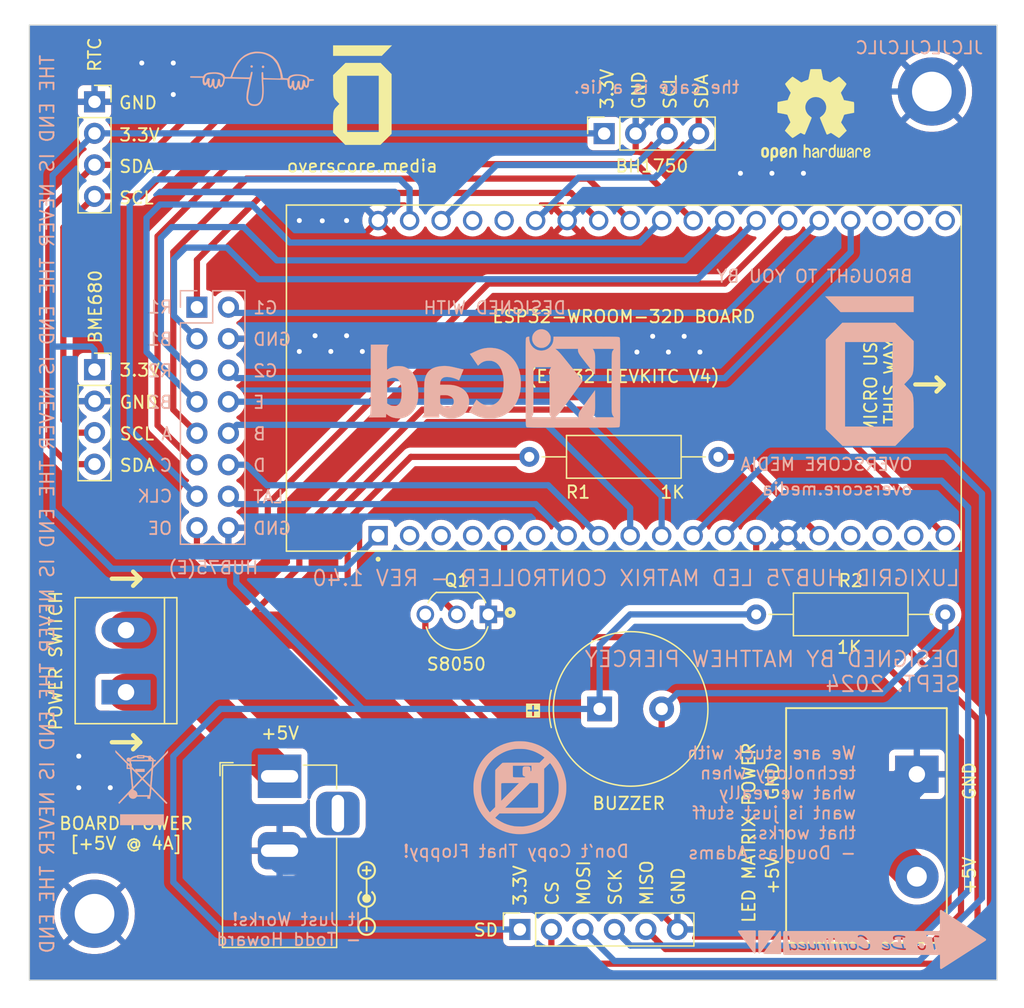
<source format=kicad_pcb>
(kicad_pcb (version 20240108) (generator "pcbnew") (generator_version "8.0")
  (layers (0 "F.Cu" signal) (31 "B.Cu" signal) (34 "B.Paste" user) (35 "F.Paste" user) (36 "B.SilkS" user "B.Silkscreen") (37 "F.SilkS" user "F.Silkscreen") (38 "B.Mask" user) (39 "F.Mask" user) (44 "Edge.Cuts" user))
  (net 0 "")
  (net 1 "Net-(J2-Pin_2)")
  (net 5 "/R1")
  (net 7 "/G1")
  (net 8 "/B1")
  (net 9 "/R2")
  (net 10 "/G2")
  (net 11 "/B2")
  (net 12 "/A")
  (net 13 "/B")
  (net 14 "/C")
  (net 18 "/D")
  (net 19 "/CLK")
  (net 22 "/LAT")
  (net 23 "/OE")
  (net 24 "+3.3V")
  (net 25 "/CS")
  (net 26 "/MOSI")
  (net 27 "/SCK")
  (net 28 "/MISO")
  (net 29 "/E")
  (net 30 "/SCL")
  (net 31 "/SDA")
  (net 35 "+5V")
  (net 36 "GND")
  (net 37 "Net-(Q1-B)")
  (net 38 "Net-(BZ1--)")
  (net 39 "Net-(U1-IO13)")
  (footprint "Connector_PinSocket_2.54mm:PinSocket_1x06_P2.54mm_Vertical" (layer "F.Cu") (at 129.54 105.41 90)
    (property "Reference" "J8" (hide yes))
    (property "Value" "SD")
    (pad "1" thru_hole rect (at 0 0 90) (size 1.7 1.7) (drill 1) (layers "*.Cu" "*.Mask") (net 24 "+3.3V"))
    (pad "2" thru_hole oval (at 0 2.54 90) (size 1.7 1.7) (drill 1) (layers "*.Cu" "*.Mask") (net 25 "/CS"))
    (pad "3" thru_hole oval (at 0 5.08 90) (size 1.7 1.7) (drill 1) (layers "*.Cu" "*.Mask") (net 26 "/MOSI"))
    (pad "4" thru_hole oval (at 0 7.62 90) (size 1.7 1.7) (drill 1) (layers "*.Cu" "*.Mask") (net 27 "/SCK"))
    (pad "5" thru_hole oval (at 0 10.16 90) (size 1.7 1.7) (drill 1) (layers "*.Cu" "*.Mask") (net 28 "/MISO"))
    (pad "6" thru_hole oval (at 0 12.7 90) (size 1.7 1.7) (drill 1) (layers "*.Cu" "*.Mask") (net 36 "GND"))
  )
  (footprint "Luxigrid:SS8050DTA Transistor" (layer "F.Cu") (at 124.46 80.8625 180)
    (property "Reference" "Q1" (hide yes))
    (property "Value" "S8050")
    (pad "1" thru_hole rect (at -2.54 0.8525 180) (size 1.41 1.41) (drill 0.94) (layers "*.Cu" "*.Mask") (net 36 "GND"))
    (pad "2" thru_hole circle (at 0 0.8525 180) (size 1.41 1.41) (drill 0.94) (layers "*.Cu" "*.Mask") (net 37 "Net-(Q1-B)"))
    (pad "3" thru_hole circle (at 2.54 0.8525 180) (size 1.41 1.41) (drill 0.94) (layers "*.Cu" "*.Mask") (net 38 "Net-(BZ1--)"))
  )
  (footprint "Connector_BarrelJack:BarrelJack_Horizontal" (layer "F.Cu") (at 110.1675 93.06 90)
    (property "Reference" "J1" (hide yes))
    (property "Value" "+5V DC Input" (hide yes))
    (pad "1" thru_hole rect (at 0 0 90) (size 3.5 3.5) (drill oval 1 3) (layers "*.Cu" "*.Mask") (net 35 "+5V"))
    (pad "2" thru_hole roundrect (at -6 0 90) (size 3 3.5) (drill oval 1 3) (layers "*.Cu" "*.Mask") (net 36 "GND"))
    (pad "3" thru_hole roundrect (at -3 4.7 90) (size 3.5 3.5) (drill oval 3 1) (layers "*.Cu" "*.Mask"))
  )
  (footprint "Luxigrid:7.62mm Barrier Block" (layer "F.Cu") (at 161.544 92.9 -90)
    (property "Reference" "J2" (hide yes))
    (property "Value" "HUB75 Power")
    (pad "1" thru_hole rect (at 0 0 90) (size 3 3.5) (drill 1.32) (layers "*.Cu" "*.Mask") (net 36 "GND"))
    (pad "2" thru_hole circle (at 8.255 0 270) (size 3.5 3.5) (drill 1.6) (layers "*.Cu" "*.Mask") (net 1 "Net-(J2-Pin_2)"))
  )
  (footprint "Luxigrid:5mm Screw Terminal Block" (layer "F.Cu") (at 97.79 83.74 90)
    (property "Reference" "J3" (hide yes))
    (property "Value" "Screw Terminal")
    (pad "1" thru_hole rect (at -2.54 0 90) (size 1.98 3.96) (drill 1.32) (layers "*.Cu" "*.Mask") (net 35 "+5V"))
    (pad "2" thru_hole oval (at 2.46 0 90) (size 1.98 3.96) (drill 1.32) (layers "*.Cu" "*.Mask") (net 1 "Net-(J2-Pin_2)"))
  )
  (footprint "Resistor_THT:R_Axial_DIN0309_L9.0mm_D3.2mm_P15.24mm_Horizontal" (layer "F.Cu") (at 148.59 80.01)
    (property "Reference" "R2" (at 7.62 -2.72 0) (layer "F.SilkS"))
    (property "Value" "1K")
    (pad "1" thru_hole circle (at 0 0) (size 1.6 1.6) (drill 0.8) (layers "*.Cu" "*.Mask") (net 24 "+3.3V"))
    (pad "2" thru_hole oval (at 15.24 0) (size 1.6 1.6) (drill 0.8) (layers "*.Cu" "*.Mask") (net 38 "Net-(BZ1--)"))
  )
  (footprint "Luxigrid:Center Positive (Small)" (layer "F.Cu") (at 117.185699 102.909502 90)
    (property "Reference" "REF**" (hide yes))
    (property "Value" "Polarity_Center_Positive_6mm_SilkScreen" (hide yes))
  )
  (footprint "LOGO" (layer "F.Cu") (at 116.84 38.1)
    (property "Reference" "G***" (hide yes))
    (property "Value" "LOGO" (hide yes))
  )
  (footprint "MountingHole:MountingHole_3.2mm_M3_ISO14580_Pad" (layer "F.Cu") (at 162.75 37.86 90)
    (property "Reference" "H2" (hide yes))
    (property "Value" "Mounting Hole")
    (pad "1" thru_hole circle (at 0 0 90) (size 5.5 5.5) (drill 3.2) (layers "*.Cu" "*.Mask") (net 36 "GND"))
  )
  (footprint "MountingHole:MountingHole_3.2mm_M3_ISO14580_Pad" (layer "F.Cu") (at 95.25 104.14)
    (property "Reference" "H1" (hide yes))
    (property "Value" "Mounting Hole")
    (pad "1" thru_hole circle (at 0 0) (size 5.5 5.5) (drill 3.2) (layers "*.Cu" "*.Mask") (net 36 "GND"))
  )
  (footprint "Connector_PinSocket_2.54mm:PinSocket_1x04_P2.54mm_Vertical" (layer "F.Cu") (at 95.25 38.69)
    (property "Reference" "J7" (hide yes))
    (property "Value" "RTC")
    (pad "1" thru_hole rect (at 0 0) (size 1.7 1.7) (drill 1) (layers "*.Cu" "*.Mask") (net 36 "GND"))
    (pad "2" thru_hole oval (at 0 2.54) (size 1.7 1.7) (drill 1) (layers "*.Cu" "*.Mask") (net 24 "+3.3V"))
    (pad "3" thru_hole oval (at 0 5.08) (size 1.7 1.7) (drill 1) (layers "*.Cu" "*.Mask") (net 31 "/SDA"))
    (pad "4" thru_hole oval (at 0 7.62) (size 1.7 1.7) (drill 1) (layers "*.Cu" "*.Mask") (net 30 "/SCL"))
  )
  (footprint "Luxigrid:ESP32 DevKitC V4" (layer "F.Cu") (at 137.87 60.96 90)
    (property "Reference" "U1" (hide yes))
    (property "Value" "ESP32 DevKitC V4")
    (pad "J2-1" thru_hole rect (at -12.7 -19.76 90) (size 1.56 1.56) (drill 1.04) (layers "*.Cu" "*.Mask") (net 24 "+3.3V"))
    (pad "J2-2" thru_hole circle (at -12.7 -17.22 90) (size 1.56 1.56) (drill 1.04) (layers "*.Cu" "*.Mask"))
    (pad "J2-3" thru_hole circle (at -12.7 -14.68 90) (size 1.56 1.56) (drill 1.04) (layers "*.Cu" "*.Mask"))
    (pad "J2-4" thru_hole circle (at -12.7 -12.14 90) (size 1.56 1.56) (drill 1.04) (layers "*.Cu" "*.Mask"))
    (pad "J2-5" thru_hole circle (at -12.7 -9.6 90) (size 1.56 1.56) (drill 1.04) (layers "*.Cu" "*.Mask") (net 28 "/MISO"))
    (pad "J2-6" thru_hole circle (at -12.7 -7.06 90) (size 1.56 1.56) (drill 1.04) (layers "*.Cu" "*.Mask"))
    (pad "J2-7" thru_hole circle (at -12.7 -4.52 90) (size 1.56 1.56) (drill 1.04) (layers "*.Cu" "*.Mask") (net 22 "/LAT"))
    (pad "J2-8" thru_hole circle (at -12.7 -1.98 90) (size 1.56 1.56) (drill 1.04) (layers "*.Cu" "*.Mask") (net 18 "/D"))
    (pad "J2-9" thru_hole circle (at -12.7 0.56 90) (size 1.56 1.56) (drill 1.04) (layers "*.Cu" "*.Mask") (net 13 "/B"))
    (pad "J2-10" thru_hole circle (at -12.7 3.1 90) (size 1.56 1.56) (drill 1.04) (layers "*.Cu" "*.Mask") (net 29 "/E"))
    (pad "J2-11" thru_hole circle (at -12.7 5.64 90) (size 1.56 1.56) (drill 1.04) (layers "*.Cu" "*.Mask") (net 26 "/MOSI"))
    (pad "J2-12" thru_hole circle (at -12.7 8.18 90) (size 1.56 1.56) (drill 1.04) (layers "*.Cu" "*.Mask") (net 27 "/SCK"))
    (pad "J2-13" thru_hole circle (at -12.7 10.72 90) (size 1.56 1.56) (drill 1.04) (layers "*.Cu" "*.Mask") (net 25 "/CS"))
    (pad "J2-14" thru_hole circle (at -12.7 13.26 90) (size 1.56 1.56) (drill 1.04) (layers "*.Cu" "*.Mask") (net 36 "GND"))
    (pad "J2-15" thru_hole circle (at -12.7 15.8 90) (size 1.56 1.56) (drill 1.04) (layers "*.Cu" "*.Mask") (net 39 "Net-(U1-IO13)"))
    (pad "J2-16" thru_hole circle (at -12.7 18.34 90) (size 1.56 1.56) (drill 1.04) (layers "*.Cu" "*.Mask"))
    (pad "J2-17" thru_hole circle (at -12.7 20.88 90) (size 1.56 1.56) (drill 1.04) (layers "*.Cu" "*.Mask"))
    (pad "J2-18" thru_hole circle (at -12.7 23.42 90) (size 1.56 1.56) (drill 1.04) (layers "*.Cu" "*.Mask"))
    (pad "J2-19" thru_hole circle (at -12.7 25.96 90) (size 1.56 1.56) (drill 1.04) (layers "*.Cu" "*.Mask") (net 1 "Net-(J2-Pin_2)"))
    (pad "J3-1" thru_hole circle (at 12.7 -19.76 90) (size 1.56 1.56) (drill 1.04) (layers "*.Cu" "*.Mask") (net 36 "GND"))
    (pad "J3-2" thru_hole circle (at 12.7 -17.22 90) (size 1.56 1.56) (drill 1.04) (layers "*.Cu" "*.Mask") (net 19 "/CLK"))
    (pad "J3-3" thru_hole circle (at 12.7 -14.68 90) (size 1.56 1.56) (drill 1.04) (layers "*.Cu" "*.Mask") (net 30 "/SCL"))
    (pad "J3-4" thru_hole circle (at 12.7 -12.14 90) (size 1.56 1.56) (drill 1.04) (layers "*.Cu" "*.Mask"))
    (pad "J3-5" thru_hole circle (at 12.7 -9.6 90) (size 1.56 1.56) (drill 1.04) (layers "*.Cu" "*.Mask"))
    (pad "J3-6" thru_hole circle (at 12.7 -7.06 90) (size 1.56 1.56) (drill 1.04) (layers "*.Cu" "*.Mask") (net 31 "/SDA"))
    (pad "J3-7" thru_hole circle (at 12.7 -4.52 90) (size 1.56 1.56) (drill 1.04) (layers "*.Cu" "*.Mask") (net 36 "GND"))
    (pad "J3-8" thru_hole circle (at 12.7 -1.98 90) (size 1.56 1.56) (drill 1.04) (layers "*.Cu" "*.Mask") (net 5 "/R1"))
    (pad "J3-9" thru_hole circle (at 12.7 0.56 90) (size 1.56 1.56) (drill 1.04) (layers "*.Cu" "*.Mask") (net 12 "/A"))
    (pad "J3-10" thru_hole circle (at 12.7 3.1 90) (size 1.56 1.56) (drill 1.04) (layers "*.Cu" "*.Mask") (net 11 "/B2"))
    (pad "J3-11" thru_hole circle (at 12.7 5.64 90) (size 1.56 1.56) (drill 1.04) (layers "*.Cu" "*.Mask") (net 14 "/C"))
    (pad "J3-12" thru_hole circle (at 12.7 8.18 90) (size 1.56 1.56) (drill 1.04) (layers "*.Cu" "*.Mask") (net 9 "/R2"))
    (pad "J3-13" thru_hole circle (at 12.7 10.72 90) (size 1.56 1.56) (drill 1.04) (layers "*.Cu" "*.Mask") (net 8 "/B1"))
    (pad "J3-14" thru_hole circle (at 12.7 13.26 90) (size 1.56 1.56) (drill 1.04) (layers "*.Cu" "*.Mask") (net 23 "/OE"))
    (pad "J3-15" thru_hole circle (at 12.7 15.8 90) (size 1.56 1.56) (drill 1.04) (layers "*.Cu" "*.Mask") (net 7 "/G1"))
    (pad "J3-16" thru_hole circle (at 12.7 18.34 90) (size 1.56 1.56) (drill 1.04) (layers "*.Cu" "*.Mask") (net 10 "/G2"))
    (pad "J3-17" thru_hole circle (at 12.7 20.88 90) (size 1.56 1.56) (drill 1.04) (layers "*.Cu" "*.Mask"))
    (pad "J3-18" thru_hole circle (at 12.7 23.42 90) (size 1.56 1.56) (drill 1.04) (layers "*.Cu" "*.Mask"))
    (pad "J3-19" thru_hole circle (at 12.7 25.96 90) (size 1.56 1.56) (drill 1.04) (layers "*.Cu" "*.Mask"))
  )
  (footprint "Buzzer_Beeper:Buzzer_TDK_PS1240P02BT_D12.2mm_H6.5mm" (layer "F.Cu") (at 135.97 87.63)
    (property "Reference" "BZ1" (hide yes))
    (property "Value" "Buzzer")
    (pad "1" thru_hole rect (at 0 0) (size 2 2) (drill 1) (layers "*.Cu" "*.Mask") (net 24 "+3.3V"))
    (pad "2" thru_hole circle (at 5 0) (size 2 2) (drill 1) (layers "*.Cu" "*.Mask") (net 38 "Net-(BZ1--)"))
  )
  (footprint "Symbol:OSHW-Logo2_9.8x8mm_SilkScreen" (layer "F.Cu") (at 153.394627 39.765384)
    (property "Reference" "REF**" (hide yes))
    (property "Value" "OSHW-Logo2_9.8x8mm_SilkScreen" (hide yes))
  )
  (footprint "Connector_PinSocket_2.54mm:PinSocket_1x04_P2.54mm_Vertical" (layer "F.Cu") (at 136.334441 41.247482 90)
    (property "Reference" "J5" (hide yes))
    (property "Value" "BME680")
    (pad "1" thru_hole rect (at 0 0 90) (size 1.7 1.7) (drill 1) (layers "*.Cu" "*.Mask") (net 24 "+3.3V"))
    (pad "2" thru_hole oval (at 0 2.54 90) (size 1.7 1.7) (drill 1) (layers "*.Cu" "*.Mask") (net 36 "GND"))
    (pad "3" thru_hole oval (at 0 5.08 90) (size 1.7 1.7) (drill 1) (layers "*.Cu" "*.Mask") (net 30 "/SCL"))
    (pad "4" thru_hole oval (at 0 7.62 90) (size 1.7 1.7) (drill 1) (layers "*.Cu" "*.Mask") (net 31 "/SDA"))
  )
  (footprint "Connector_PinSocket_2.54mm:PinSocket_1x04_P2.54mm_Vertical" (layer "F.Cu") (at 95.25 60.28)
    (property "Reference" "J6" (hide yes))
    (property "Value" "BH1750")
    (pad "1" thru_hole rect (at 0 0) (size 1.7 1.7) (drill 1) (layers "*.Cu" "*.Mask") (net 24 "+3.3V"))
    (pad "2" thru_hole oval (at 0 2.54) (size 1.7 1.7) (drill 1) (layers "*.Cu" "*.Mask") (net 36 "GND"))
    (pad "3" thru_hole oval (at 0 5.08) (size 1.7 1.7) (drill 1) (layers "*.Cu" "*.Mask") (net 30 "/SCL"))
    (pad "4" thru_hole oval (at 0 7.62) (size 1.7 1.7) (drill 1) (layers "*.Cu" "*.Mask") (net 31 "/SDA"))
  )
  (footprint "Resistor_THT:R_Axial_DIN0309_L9.0mm_D3.2mm_P15.24mm_Horizontal" (layer "F.Cu") (at 130.3 67.31)
    (property "Reference" "R1" (at 3.927644 2.84924 0) (layer "F.SilkS"))
    (property "Value" "1K")
    (pad "1" thru_hole circle (at 0 0) (size 1.6 1.6) (drill 0.8) (layers "*.Cu" "*.Mask") (net 37 "Net-(Q1-B)"))
    (pad "2" thru_hole oval (at 15.24 0) (size 1.6 1.6) (drill 0.8) (layers "*.Cu" "*.Mask") (net 39 "Net-(U1-IO13)"))
  )
  (footprint "Symbol:KiCad-Logo_8mm_SilkScreen" (layer "B.Cu") (at 127.496798 60.96 180)
    (property "Reference" "REF**" (hide yes))
    (property "Value" "KiCad-Logo_8mm_SilkScreen" (hide yes))
  )
  (footprint "Connector_PinSocket_2.54mm:PinSocket_2x08_P2.54mm_Vertical" (layer "B.Cu") (at 103.505 55.245 180)
    (property "Reference" "J4" (hide yes))
    (property "Value" "HUB75 Connector")
    (pad "1" thru_hole rect (at 0 0 180) (size 1.7 1.7) (drill 1) (layers "*.Cu" "*.Mask") (net 5 "/R1"))
    (pad "2" thru_hole oval (at -2.54 0 180) (size 1.7 1.7) (drill 1) (layers "*.Cu" "*.Mask") (net 7 "/G1"))
    (pad "3" thru_hole oval (at 0 -2.54 180) (size 1.7 1.7) (drill 1) (layers "*.Cu" "*.Mask") (net 8 "/B1"))
    (pad "4" thru_hole oval (at -2.54 -2.54 180) (size 1.7 1.7) (drill 1) (layers "*.Cu" "*.Mask") (net 36 "GND"))
    (pad "5" thru_hole oval (at 0 -5.08 180) (size 1.7 1.7) (drill 1) (layers "*.Cu" "*.Mask") (net 9 "/R2"))
    (pad "6" thru_hole oval (at -2.54 -5.08 180) (size 1.7 1.7) (drill 1) (layers "*.Cu" "*.Mask") (net 10 "/G2"))
    (pad "7" thru_hole oval (at 0 -7.62 180) (size 1.7 1.7) (drill 1) (layers "*.Cu" "*.Mask") (net 11 "/B2"))
    (pad "8" thru_hole oval (at -2.54 -7.62 180) (size 1.7 1.7) (drill 1) (layers "*.Cu" "*.Mask") (net 29 "/E"))
    (pad "9" thru_hole oval (at 0 -10.16 180) (size 1.7 1.7) (drill 1) (layers "*.Cu" "*.Mask") (net 12 "/A"))
    (pad "10" thru_hole oval (at -2.54 -10.16 180) (size 1.7 1.7) (drill 1) (layers "*.Cu" "*.Mask") (net 13 "/B"))
    (pad "11" thru_hole oval (at 0 -12.7 180) (size 1.7 1.7) (drill 1) (layers "*.Cu" "*.Mask") (net 14 "/C"))
    (pad "12" thru_hole oval (at -2.54 -12.7 180) (size 1.7 1.7) (drill 1) (layers "*.Cu" "*.Mask") (net 18 "/D"))
    (pad "13" thru_hole oval (at 0 -15.24 180) (size 1.7 1.7) (drill 1) (layers "*.Cu" "*.Mask") (net 19 "/CLK"))
    (pad "14" thru_hole oval (at -2.54 -15.24 180) (size 1.7 1.7) (drill 1) (layers "*.Cu" "*.Mask") (net 22 "/LAT"))
    (pad "15" thru_hole oval (at 0 -17.78 180) (size 1.7 1.7) (drill 1) (layers "*.Cu" "*.Mask") (net 23 "/OE"))
    (pad "16" thru_hole oval (at -2.54 -17.78 180) (size 1.7 1.7) (drill 1) (layers "*.Cu" "*.Mask") (net 36 "GND"))
  )
  (footprint "LOGO" (layer "B.Cu") (at 157.125412 106.211494 180)
    (property "Reference" "G***" (hide yes))
    (property "Value" "LOGO" (hide yes))
  )
  (footprint "LOGO" (layer "B.Cu") (at 129.54 93.98 180)
    (property "Reference" "G***" (hide yes))
    (property "Value" "LOGO" (hide yes))
  )
  (footprint "LOGO" (layer "B.Cu") (at 107.95 36.83 180)
    (property "Reference" "G***" (hide yes))
    (property "Value" "LOGO" (hide yes))
  )
  (footprint "Symbol:WEEE-Logo_4.2x6mm_SilkScreen" (layer "B.Cu") (at 99.06 93.98 180)
    (property "Reference" "REF**" (hide yes))
    (property "Value" "WEEE-Logo_4.2x6mm_SilkScreen" (hide yes))
  )
  (footprint "LOGO" (layer "B.Cu") (at 157.742514 60.325 180)
    (property "Reference" "G***" (hide yes))
    (property "Value" "LOGO" (hide yes))
  )
  (gr_rect (start 90 32.5) (end 168 109.5) (stroke (width 0.1)) (fill none) (layer "Edge.Cuts"))
  (gr_text "B" (at 107.95 66.04 0) (layer "B.SilkS") (effects (font (size 1 1)) (justify right bottom mirror)))
  (gr_text "Don't Copy That Floppy!" (at 138.43 99.695 0) (layer "B.SilkS") (effects (font (size 1 1)) (justify left bottom mirror)))
  (gr_text "CLK" (at 101.620896 71.066595 0) (layer "B.SilkS") (effects (font (size 1 1)) (justify left bottom mirror)))
  (gr_text "GND" (at 107.95 58.42 0) (layer "B.SilkS") (effects (font (size 1 1)) (justify right bottom mirror)))
  (gr_text "G2" (at 107.95 60.96 0) (layer "B.SilkS") (effects (font (size 1 1)) (justify right bottom mirror)))
  (gr_text "R2" (at 101.6 60.96 0) (layer "B.SilkS") (effects (font (size 1 1)) (justify left bottom mirror)))
  (gr_text "B1" (at 101.6 58.42 0) (layer "B.SilkS") (effects (font (size 1 1)) (justify left bottom mirror)))
  (gr_text "THE END IS NEVER THE END IS NEVER THE END IS NEVER THE END IS NEVER THE END" (at 91.44 71.12 90) (layer "B.SilkS") (effects (font (size 1.1 1.1)) (justify mirror)))
  (gr_text "It Just Works!\n- Todd Howard" (at 116.84 105.41 0) (layer "B.SilkS") (effects (font (size 1 1)) (justify left mirror)))
  (gr_text "JLCJLCJLCJLC" (at 166.98068 34.914156 0) (layer "B.SilkS") (effects (font (size 1 1)) (justify left bottom mirror)))
  (gr_text "A" (at 101.6 66.04 0) (layer "B.SilkS") (effects (font (size 1 1)) (justify left bottom mirror)))
  (gr_text "overscore.media" (at 161.29 70.485 0) (layer "B.SilkS") (effects (font (size 1 1)) (justify left bottom mirror)))
  (gr_text "GND\n" (at 107.95 73.66 0) (layer "B.SilkS") (effects (font (size 1 1)) (justify right bottom mirror)))
  (gr_text "OE" (at 101.6 73.66 0) (layer "B.SilkS") (effects (font (size 1 1)) (justify left bottom mirror)))
  (gr_text "BROUGHT TO YOU BY" (at 161.29 53.34 0) (layer "B.SilkS") (effects (font (size 1 1)) (justify left bottom mirror)))
  (gr_text "DESIGNED WITH" (at 133.35 55.88 0) (layer "B.SilkS") (effects (font (size 1 1)) (justify left bottom mirror)))
  (gr_text "OVERSCORE MEDIA" (at 161.29 68.501489 0) (layer "B.SilkS") (effects (font (size 1 1)) (justify left bottom mirror)))
  (gr_text "G1" (at 107.95 55.88 0) (layer "B.SilkS") (effects (font (size 1 1)) (justify right bottom mirror)))
  (gr_text "LAT" (at 107.95 71.12 0) (layer "B.SilkS") (effects (font (size 1 1)) (justify right bottom mirror)))
  (gr_text "HUB75(E)" (at 108.539048 76.835 0) (layer "B.SilkS") (effects (font (size 1 1)) (justify left bottom mirror)))
  (gr_text "D" (at 107.95 68.58 0) (layer "B.SilkS") (effects (font (size 1 1)) (justify right bottom mirror)))
  (gr_text "R1" (at 101.620896 55.826595 0) (layer "B.SilkS") (effects (font (size 1 1)) (justify left bottom mirror)))
  (gr_text "LUXIGRID HUB75 LED MATRIX CONTROLLER - REV 1.40" (at 165.1 77.819013 0) (layer "B.SilkS") (effects (font (size 1.25 1.25)) (justify left bottom mirror)))
  (gr_text "DESIGNED BY MATTHEW PIERCEY\nSEPT. 2024" (at 165.1 86.36 0) (layer "B.SilkS") (effects (font (size 1.25 1.25)) (justify left bottom mirror)))
  (gr_text "B2" (at 101.6 63.5 0) (layer "B.SilkS") (effects (font (size 1 1)) (justify left bottom mirror)))
  (gr_text "the cake is a lie." (at 147.32 38.1 0) (layer "B.SilkS") (effects (font (size 1 1)) (justify left bottom mirror)))
  (gr_text "C" (at 101.6 68.58 0) (layer "B.SilkS") (effects (font (size 1 1)) (justify left bottom mirror)))
  (gr_text "E" (at 107.95 63.5 0) (layer "B.SilkS") (effects (font (size 1 1)) (justify right bottom mirror)))
  (gr_text "GND" (at 97.133183 39.350264 0) (layer "F.SilkS") (effects (font (size 1 1)) (justify left bottom)))
  (gr_text "GND" (at 166.37 95.066416 90) (layer "F.SilkS") (effects (font (size 1 1)) (justify left bottom)))
  (gr_text "SD" (at 125.73 106.045 0) (layer "F.SilkS") (effects (font (size 1 1)) (justify left bottom)))
  (gr_text "BOARD POWER\n[+5V @ 4A]" (at 97.79 99.06 0) (layer "F.SilkS") (effects (font (size 1 1)) (justify bottom)))
  (gr_text "SCL" (at 97.191356 66.042961 0) (layer "F.SilkS") (effects (font (size 1 1)) (justify left bottom)))
  (gr_text "3.3V" (at 97.17046 60.909556 0) (layer "F.SilkS") (effects (font (size 1 1)) (justify left bottom)))
  (gr_text "GND" (at 150.495 95.066416 90) (layer "F.SilkS") (effects (font (size 1 1)) (justify left bottom)))
  (gr_text "3.3V" (at 130.139194 103.579867 90) (layer "F.SilkS") (effects (font (size 1 1)) (justify left bottom)))
  (gr_text "+5V" (at 108.585 90.17 0) (layer "F.SilkS") (effects (font (size 1 1)) (justify left bottom)))
  (gr_text "SCK" (at 137.812599 103.558971 90) (layer "F.SilkS") (effects (font (size 1 1)) (justify left bottom)))
  (gr_text "→" (at 97.79 76.904691 0) (layer "F.SilkS") (effects (font (size 3 3) (thickness 0.35))))
  (gr_text "GND" (at 97.191356 63.502961 0) (layer "F.SilkS") (effects (font (size 1 1)) (justify left bottom)))
  (gr_text "Q1" (at 124.46 77.273662 0) (layer "F.SilkS") (effects (font (size 1 1))))
  (gr_text "BH1750" (at 137.16 44.45 0) (layer "F.SilkS") (effects (font (size 1 1)) (justify left bottom)))
  (gr_text "SDA" (at 97.191356 68.582961 0) (layer "F.SilkS") (effects (font (size 1 1)) (justify left bottom)))
  (gr_text "+5V" (at 166.37 102.686416 90) (layer "F.SilkS") (effects (font (size 1 1)) (justify left bottom)))
  (gr_text "MOSI" (at 135.272599 103.558971 90) (layer "F.SilkS") (effects (font (size 1 1)) (justify left bottom)))
  (gr_text "RTC" (at 95.85106 34.88 90) (layer "F.SilkS") (effects (font (size 1 1)) (justify bottom)))
  (gr_text "→" (at 162.56 61.2475 0) (layer "F.SilkS") (effects (font (size 3 3) (thickness 0.35))))
  (gr_text "ESP32-WROOM-32D BOARD\n\n\n(ESP32 DEVKITC V4)" (at 137.92 58.42 0) (layer "F.SilkS") (effects (font (size 1 1))))
  (gr_text "overscore.media" (at 110.66323 44.45 0) (layer "F.SilkS") (effects (font (size 1 1)) (justify left bottom)))
  (gr_text "3.3V" (at 137.16 39.37 90) (layer "F.SilkS") (effects (font (size 1 1)) (justify left bottom)))
  (gr_text "BUZZER" (at 135.287213 95.25 0) (layer "F.SilkS") (effects (font (size 1 1)) (justify left)))
  (gr_text "S8050" (at 124.419037 84.024664 0) (layer "F.SilkS") (effects (font (size 1 1))))
  (gr_text "+5V" (at 150.495 102.686416 90) (layer "F.SilkS") (effects (font (size 1 1)) (justify left bottom)))
  (gr_text "POWER SWITCH" (at 92.71 83.74 90) (layer "F.SilkS") (effects (font (size 1 1)) (justify bottom)))
  (gr_text "SCL" (at 97.154079 47.023669 0) (layer "F.SilkS") (effects (font (size 1 1)) (justify left bottom)))
  (gr_text "MICRO USB\nTHIS WAY" (at 160.02 61.247501 90) (layer "F.SilkS") (effects (font (size 1 1)) (justify bottom)))
  (gr_text "3.3V" (at 97.154079 41.943669 0) (layer "F.SilkS") (effects (font (size 1 1)) (justify left bottom)))
  (gr_text "1K" (at 141.847644 70.15924 0) (layer "F.SilkS") (effects (font (size 1 1))))
  (gr_text "BME680" (at 95.900849 55.2 90) (layer "F.SilkS") (effects (font (size 1 1)) (justify bottom)))
  (gr_text "→" (at 97.79 90.09 0) (layer "F.SilkS") (effects (font (size 3 3) (thickness 0.35))))
  (gr_text "CS" (at 132.732599 103.558971 90) (layer "F.SilkS") (effects (font (size 1 1)) (justify left bottom)))
  (gr_text "LED MATRIX POWER" (at 148.59 97.606416 90) (layer "F.SilkS") (effects (font (size 1 1)) (justify bottom)))
  (gr_text "1K" (at 156.091473 82.666764 0) (layer "F.SilkS") (effects (font (size 1 1))))
  (gr_text "SDA" (at 97.154079 44.483669 0) (layer "F.SilkS") (effects (font (size 1 1)) (justify left bottom)))
  (gr_text "GND" (at 142.892599 103.558971 90) (layer "F.SilkS") (effects (font (size 1 1)) (justify left bottom)))
  (gr_text "SDA" (at 144.78 39.37 90) (layer "F.SilkS") (effects (font (size 1 1)) (justify left bottom)))
  (gr_text "MISO" (at 140.352599 103.558971 90) (layer "F.SilkS") (effects (font (size 1 1)) (justify left bottom)))
  (gr_text "GND" (at 139.7 39.37 90) (layer "F.SilkS") (effects (font (size 1 1)) (justify left bottom)))
  (gr_text "+" (at 129.885221 88.272352 0) (layer "F.SilkS" knockout) (effects (font (size 1 1)) (justify left bottom)))
  (gr_text "SCL" (at 142.24 39.37 90) (layer "F.SilkS") (effects (font (size 1 1)) (justify left bottom)))
  (gr_text_box "We are stuck with technology when what we really want is just stuff that works.\n- Douglas Adams" (start 141.605 89.8525) (end 157.48 103.1875) (layer "B.SilkS") (effects (font (size 1 1) (thickness 0.15) (bold yes)) (justify left top mirror)) (border no) (stroke (width -0.000001)))
  (segment (start 121.68775 63.5) (end 111.76 73.42775) (width 0.5) (layer "F.Cu") (net 1))
  (segment (start 153.67 63.5) (end 121.68775 63.5) (width 0.5) (layer "F.Cu") (net 1))
  (segment (start 163.83 73.66) (end 153.67 63.5) (width 0.5) (layer "F.Cu") (net 1))
  (segment (start 111.76 81.28) (end 106.68 81.28) (width 3) (layer "F.Cu") (net 1))
  (segment (start 161.544 101.155) (end 156.909 96.52) (width 3) (layer "F.Cu") (net 1))
  (segment (start 106.68 81.28) (end 97.79 81.28) (width 3) (layer "F.Cu") (net 1))
  (segment (start 111.76 76.2) (end 106.68 81.28) (width 0.5) (layer "F.Cu") (net 1))
  (segment (start 127 96.52) (end 111.76 81.28) (width 3) (layer "F.Cu") (net 1))
  (segment (start 156.909 96.52) (end 127 96.52) (width 3) (layer "F.Cu") (net 1))
  (segment (start 111.76 73.42775) (end 111.76 76.2) (width 0.5) (layer "F.Cu") (net 1))
  (segment (start 108.906128 46.033872) (end 133.663872 46.033872) (width 0.5) (layer "F.Cu") (net 5))
  (segment (start 133.663872 46.033872) (end 135.89 48.26) (width 0.5) (layer "F.Cu") (net 5))
  (segment (start 103.505 55.245) (end 103.505 51.435) (width 0.5) (layer "F.Cu") (net 5))
  (segment (start 103.505 51.435) (end 108.906128 46.033872) (width 0.5) (layer "F.Cu") (net 5))
  (segment (start 106.505739 55.705739) (end 146.224261 55.705739) (width 0.5) (layer "B.Cu") (net 7))
  (segment (start 106.045 55.245) (end 106.505739 55.705739) (width 0.5) (layer "B.Cu") (net 7))
  (segment (start 146.224261 55.705739) (end 153.67 48.26) (width 0.5) (layer "B.Cu") (net 7))
  (segment (start 101.657648 55.937648) (end 103.505 57.785) (width 0.5) (layer "B.Cu") (net 8))
  (segment (start 143.862522 52.987478) (end 108.465742 52.987478) (width 0.5) (layer "B.Cu") (net 8))
  (segment (start 108.465742 52.987478) (end 105.919838 50.441574) (width 0.5) (layer "B.Cu") (net 8))
  (segment (start 102.589936 50.441574) (end 101.657648 51.373862) (width 0.5) (layer "B.Cu") (net 8))
  (segment (start 101.657648 51.373862) (end 101.657648 55.937648) (width 0.5) (layer "B.Cu") (net 8))
  (segment (start 148.59 48.26) (end 143.862522 52.987478) (width 0.5) (layer "B.Cu") (net 8))
  (segment (start 105.919838 50.441574) (end 102.589936 50.441574) (width 0.5) (layer "B.Cu") (net 8))
  (segment (start 103.505 60.325) (end 103.102422 60.325) (width 0.5) (layer "B.Cu") (net 9))
  (segment (start 142.843984 51.466016) (end 146.05 48.26) (width 0.5) (layer "B.Cu") (net 9))
  (segment (start 109.942765 51.466016) (end 142.843984 51.466016) (width 0.5) (layer "B.Cu") (net 9))
  (segment (start 101.485603 48.784625) (end 107.261374 48.784625) (width 0.5) (layer "B.Cu") (net 9))
  (segment (start 100.601606 57.824184) (end 100.601606 49.668622) (width 0.5) (layer "B.Cu") (net 9))
  (segment (start 103.102422 60.325) (end 100.601606 57.824184) (width 0.5) (layer "B.Cu") (net 9))
  (segment (start 107.261374 48.784625) (end 109.942765 51.466016) (width 0.5) (layer "B.Cu") (net 9))
  (segment (start 100.601606 49.668622) (end 101.485603 48.784625) (width 0.5) (layer "B.Cu") (net 9))
  (segment (start 106.68 60.96) (end 146.05 60.96) (width 0.5) (layer "B.Cu") (net 10))
  (segment (start 156.21 50.8) (end 156.21 48.26) (width 0.5) (layer "B.Cu") (net 10))
  (segment (start 106.045 60.325) (end 106.68 60.96) (width 0.5) (layer "B.Cu") (net 10))
  (segment (start 146.05 60.96) (end 156.21 50.8) (width 0.5) (layer "B.Cu") (net 10))
  (segment (start 99.44218 48.050763) (end 99.44218 58.854784) (width 0.5) (layer "B.Cu") (net 11))
  (segment (start 103.452396 62.865) (end 103.505 62.865) (width 0.5) (layer "B.Cu") (net 11))
  (segment (start 107.925872 46.965872) (end 100.527071 46.965872) (width 0.5) (layer "B.Cu") (net 11))
  (segment (start 140.97 48.26) (end 139.195891 50.034109) (width 0.5) (layer "B.Cu") (net 11))
  (segment (start 99.44218 58.854784) (end 103.452396 62.865) (width 0.5) (layer "B.Cu") (net 11))
  (segment (start 139.195891 50.034109) (end 110.994109 50.034109) (width 0.5) (layer "B.Cu") (net 11))
  (segment (start 110.994109 50.034109) (end 107.925872 46.965872) (width 0.5) (layer "B.Cu") (net 11))
  (segment (start 100.527071 46.965872) (end 99.44218 48.050763) (width 0.5) (layer "B.Cu") (net 11))
  (segment (start 135.046696 44.876696) (end 138.43 48.26) (width 0.5) (layer "F.Cu") (net 12))
  (segment (start 101.6 50.8) (end 107.523304 44.876696) (width 0.5) (layer "F.Cu") (net 12))
  (segment (start 101.6 63.5) (end 101.6 50.8) (width 0.5) (layer "F.Cu") (net 12))
  (segment (start 103.505 65.405) (end 101.6 63.5) (width 0.5) (layer "F.Cu") (net 12))
  (segment (start 107.523304 44.876696) (end 135.046696 44.876696) (width 0.5) (layer "F.Cu") (net 12))
  (segment (start 138.43 71.433729) (end 131.726957 64.730686) (width 0.5) (layer "B.Cu") (net 13))
  (segment (start 138.43 73.66) (end 138.43 71.433729) (width 0.5) (layer "B.Cu") (net 13))
  (segment (start 106.719314 64.730686) (end 106.045 65.405) (width 0.5) (layer "B.Cu") (net 13))
  (segment (start 131.726957 64.730686) (end 106.719314 64.730686) (width 0.5) (layer "B.Cu") (net 13))
  (segment (start 100.33 49.53) (end 106.147068 43.712932) (width 0.5) (layer "F.Cu") (net 14))
  (segment (start 138.962932 43.712932) (end 143.51 48.26) (width 0.5) (layer "F.Cu") (net 14))
  (segment (start 100.33 64.77) (end 100.33 49.53) (width 0.5) (layer "F.Cu") (net 14))
  (segment (start 103.505 67.945) (end 100.33 64.77) (width 0.5) (layer "F.Cu") (net 14))
  (segment (start 106.147068 43.712932) (end 138.962932 43.712932) (width 0.5) (layer "F.Cu") (net 14))
  (segment (start 107.497269 67.945) (end 109.149348 69.597079) (width 0.5) (layer "B.Cu") (net 18))
  (segment (start 109.149348 69.597079) (end 131.827079 69.597079) (width 0.5) (layer "B.Cu") (net 18))
  (segment (start 106.045 67.945) (end 107.497269 67.945) (width 0.5) (layer "B.Cu") (net 18))
  (segment (start 131.827079 69.597079) (end 135.89 73.66) (width 0.5) (layer "B.Cu") (net 18))
  (segment (start 100.119347 44.942457) (end 98.089518 46.972286) (width 0.5) (layer "B.Cu") (net 19))
  (segment (start 119.872457 44.942457) (end 100.119347 44.942457) (width 0.5) (layer "B.Cu") (net 19))
  (segment (start 120.65 48.26) (end 120.65 45.72) (width 0.5) (layer "B.Cu") (net 19))
  (segment (start 98.089518 65.069518) (end 103.505 70.485) (width 0.5) (layer "B.Cu") (net 19))
  (segment (start 98.089518 46.972286) (end 98.089518 65.069518) (width 0.5) (layer "B.Cu") (net 19))
  (segment (start 120.65 45.72) (end 119.872457 44.942457) (width 0.5) (layer "B.Cu") (net 19))
  (segment (start 130.81 71.12) (end 133.35 73.66) (width 0.5) (layer "B.Cu") (net 22))
  (segment (start 106.68 71.12) (end 130.81 71.12) (width 0.5) (layer "B.Cu") (net 22))
  (segment (start 106.045 70.485) (end 106.68 71.12) (width 0.5) (layer "B.Cu") (net 22))
  (segment (start 107.478777 75.728326) (end 104.566697 75.728326) (width 0.5) (layer "F.Cu") (net 23))
  (segment (start 109.22 73.987103) (end 107.478777 75.728326) (width 0.5) (layer "F.Cu") (net 23))
  (segment (start 151.13 48.26) (end 146.05 53.34) (width 0.5) (layer "F.Cu") (net 23))
  (segment (start 146.05 53.34) (end 127 53.34) (width 0.5) (layer "F.Cu") (net 23))
  (segment (start 109.22 71.12) (end 109.22 73.987103) (width 0.5) (layer "F.Cu") (net 23))
  (segment (start 103.505 74.666629) (end 103.505 73.025) (width 0.5) (layer "F.Cu") (net 23))
  (segment (start 127 53.34) (end 109.22 71.12) (width 0.5) (layer "F.Cu") (net 23))
  (segment (start 104.566697 75.728326) (end 103.505 74.666629) (width 0.5) (layer "F.Cu") (net 23))
  (segment (start 138.43 80.01) (end 148.59 80.01) (width 0.5) (layer "B.Cu") (net 24))
  (segment (start 94.981894 58.42) (end 91.873382 58.42) (width 0.5) (layer "B.Cu") (net 24))
  (segment (start 91.873382 56.448512) (end 91.873382 71.553382) (width 0.5) (layer "B.Cu") (net 24))
  (segment (start 101.6 101.6) (end 105.41 105.41) (width 0.5) (layer "B.Cu") (net 24))
  (segment (start 95.25 58.688106) (end 94.981894 58.42) (width 0.5) (layer "B.Cu") (net 24))
  (segment (start 95.25 60.28) (end 95.25 58.688106) (width 0.5) (layer "B.Cu") (net 24))
  (segment (start 135.97 87.63) (end 116.84 87.63) (width 0.5) (layer "B.Cu") (net 24))
  (segment (start 116.84 87.63) (end 105.41 87.63) (width 0.5) (layer "B.Cu") (net 24))
  (segment (start 115.43993 76.33007) (end 118.11 73.66) (width 0.5) (layer "B.Cu") (net 24))
  (segment (start 136.316959 41.23) (end 136.334441 41.247482) (width 0.5) (layer "B.Cu") (net 24))
  (segment (start 91.873382 58.42) (end 91.873382 56.448512) (width 0.5) (layer "B.Cu") (net 24))
  (segment (start 135.97 87.63) (end 135.97 82.47) (width 0.5) (layer "B.Cu") (net 24))
  (segment (start 91.873382 44.606618) (end 91.873382 56.448512) (width 0.5) (layer "B.Cu") (net 24))
  (segment (start 105.41 87.63) (end 101.6 91.44) (width 0.5) (layer "B.Cu") (net 24))
  (segment (start 105.41 105.41) (end 129.54 105.41) (width 0.5) (layer "B.Cu") (net 24))
  (segment (start 101.6 91.44) (end 101.6 101.6) (width 0.5) (layer "B.Cu") (net 24))
  (segment (start 106.68 76.33007) (end 115.43993 76.33007) (width 0.5) (layer "B.Cu") (net 24))
  (segment (start 96.65007 76.33007) (end 106.68 76.33007) (width 0.5) (layer "B.Cu") (net 24))
  (segment (start 106.68 77.47) (end 116.84 87.63) (width 0.5) (layer "B.Cu") (net 24))
  (segment (start 95.25 41.23) (end 136.316959 41.23) (width 0.5) (layer "B.Cu") (net 24))
  (segment (start 106.68 76.33007) (end 106.68 77.47) (width 0.5) (layer "B.Cu") (net 24))
  (segment (start 91.873382 71.553382) (end 96.65007 76.33007) (width 0.5) (layer "B.Cu") (net 24))
  (segment (start 95.25 41.23) (end 91.873382 44.606618) (width 0.5) (layer "B.Cu") (net 24))
  (segment (start 135.97 82.47) (end 138.43 80.01) (width 0.5) (layer "B.Cu") (net 24))
  (segment (start 152.327603 79.937603) (end 148.59 76.2) (width 0.5) (layer "F.Cu") (net 25))
  (segment (start 157.93074 79.937603) (end 152.327603 79.937603) (width 0.5) (layer "F.Cu") (net 25))
  (segment (start 166.433375 88.440238) (end 157.93074 79.937603) (width 0.5) (layer "F.Cu") (net 25))
  (segment (start 166.433375 105.346625) (end 166.433375 88.440238) (width 0.5) (layer "F.Cu") (net 25))
  (segment (start 132.934623 108.169623) (end 163.610377 108.169623) (width 0.5) (layer "F.Cu") (net 25))
  (segment (start 132.08 105.41) (end 132.08 107.315) (width 0.5) (layer "F.Cu") (net 25))
  (segment (start 148.59 76.2) (end 148.59 73.66) (width 0.5) (layer "F.Cu") (net 25))
  (segment (start 132.08 107.315) (end 132.934623 108.169623) (width 0.5) (layer "F.Cu") (net 25))
  (segment (start 163.610377 108.169623) (end 166.433375 105.346625) (width 0.5) (layer "F.Cu") (net 25))
  (segment (start 166.792758 70.272758) (end 163.83 67.31) (width 0.5) (layer "B.Cu") (net 26))
  (segment (start 137.16 107.95) (end 161.733356 107.95) (width 0.5) (layer "B.Cu") (net 26))
  (segment (start 161.733356 107.95) (end 166.792758 102.890598) (width 0.5) (layer "B.Cu") (net 26))
  (segment (start 163.83 67.31) (end 149.86 67.31) (width 0.5) (layer "B.Cu") (net 26))
  (segment (start 149.86 67.31) (end 143.51 73.66) (width 0.5) (layer "B.Cu") (net 26))
  (segment (start 166.792758 102.890598) (end 166.792758 70.272758) (width 0.5) (layer "B.Cu") (net 26))
  (segment (start 134.62 105.41) (end 137.16 107.95) (width 0.5) (layer "B.Cu") (net 26))
  (segment (start 137.16 105.244674) (end 137.16 105.41) (width 0.5) (layer "F.Cu") (net 27))
  (segment (start 165.677302 102.292698) (end 165.677302 71.379802) (width 0.5) (layer "B.Cu") (net 27))
  (segment (start 165.677302 71.379802) (end 163.530773 69.233273) (width 0.5) (layer "B.Cu") (net 27))
  (segment (start 137.16 105.41) (end 138.46 106.71) (width 0.5) (layer "B.Cu") (net 27))
  (segment (start 161.26 106.71) (end 165.677302 102.292698) (width 0.5) (layer "B.Cu") (net 27))
  (segment (start 138.46 106.71) (end 161.26 106.71) (width 0.5) (layer "B.Cu") (net 27))
  (segment (start 163.530773 69.233273) (end 150.476727 69.233273) (width 0.5) (layer "B.Cu") (net 27))
  (segment (start 150.476727 69.233273) (end 146.05 73.66) (width 0.5) (layer "B.Cu") (net 27))
  (segment (start 162.253914 106.986086) (end 165.1 104.14) (width 0.5) (layer "F.Cu") (net 28))
  (segment (start 139.7 105.41) (end 141.276086 106.986086) (width 0.5) (layer "F.Cu") (net 28))
  (segment (start 165.1 90.17) (end 156.775288 81.845288) (width 0.5) (layer "F.Cu") (net 28))
  (segment (start 156.775288 81.845288) (end 135.185288 81.845288) (width 0.5) (layer "F.Cu") (net 28))
  (segment (start 165.1 104.14) (end 165.1 90.17) (width 0.5) (layer "F.Cu") (net 28))
  (segment (start 135.185288 81.845288) (end 128.27 74.93) (width 0.5) (layer "F.Cu") (net 28))
  (segment (start 128.27 74.93) (end 128.27 73.66) (width 0.5) (layer "F.Cu") (net 28))
  (segment (start 141.276086 106.986086) (end 162.253914 106.986086) (width 0.5) (layer "F.Cu") (net 28))
  (segment (start 140.97 73.66) (end 140.97 70.485) (width 0.5) (layer "B.Cu") (net 29))
  (segment (start 140.97 70.485) (end 133.35 62.865) (width 0.5) (layer "B.Cu") (net 29))
  (segment (start 133.35 62.865) (end 106.045 62.865) (width 0.5) (layer "B.Cu") (net 29))
  (segment (start 95.25 46.31) (end 92.73662 48.82338) (width 0.5) (layer "F.Cu") (net 30))
  (segment (start 98.98927 46.31) (end 106.573635 38.725635) (width 0.5) (layer "F.Cu") (net 30))
  (segment (start 92.73662 48.82338) (end 92.73662 64.329293) (width 0.5) (layer "F.Cu") (net 30))
  (segment (start 93.767327 65.36) (end 95.25 65.36) (width 0.5) (layer "F.Cu") (net 30))
  (segment (start 140.208923 37.02161) (end 141.414441 38.227128) (width 0.5) (layer "F.Cu") (net 30))
  (segment (start 141.414441 38.227128) (end 141.414441 41.247482) (width 0.5) (layer "F.Cu") (net 30))
  (segment (start 133.879503 38.725635) (end 135.583528 37.02161) (width 0.5) (layer "F.Cu") (net 30))
  (segment (start 95.25 46.31) (end 98.98927 46.31) (width 0.5) (layer "F.Cu") (net 30))
  (segment (start 135.583528 37.02161) (end 140.208923 37.02161) (width 0.5) (layer "F.Cu") (net 30))
  (segment (start 106.573635 38.725635) (end 133.879503 38.725635) (width 0.5) (layer "F.Cu") (net 30))
  (segment (start 92.73662 64.329293) (end 93.767327 65.36) (width 0.5) (layer "F.Cu") (net 30))
  (segment (start 127.66436 43.78564) (end 123.19 48.26) (width 0.5) (layer "B.Cu") (net 30))
  (segment (start 141.414441 41.247482) (end 138.876283 43.78564) (width 0.5) (layer "B.Cu") (net 30))
  (segment (start 138.876283 43.78564) (end 127.66436 43.78564) (width 0.5) (layer "B.Cu") (net 30))
  (segment (start 93.171596 67.9) (end 95.25 67.9) (width 0.5) (layer "F.Cu") (net 31))
  (segment (start 95.25 43.77) (end 91.521925 47.498075) (width 0.5) (layer "F.Cu") (net 31))
  (segment (start 99.262437 43.382437) (end 107.42894 35.215933) (width 0.5) (layer "F.Cu") (net 31))
  (segment (start 107.42894 35.215933) (end 142.089907 35.215933) (width 0.5) (layer "F.Cu") (net 31))
  (segment (start 95.25 43.77) (end 98.874874 43.77) (width 0.5) (layer "F.Cu") (net 31))
  (segment (start 142.089907 35.215933) (end 143.954441 37.080467) (width 0.5) (layer "F.Cu") (net 31))
  (segment (start 91.521925 66.250329) (end 93.171596 67.9) (width 0.5) (layer "F.Cu") (net 31))
  (segment (start 98.874874 43.77) (end 99.262437 43.382437) (width 0.5) (layer "F.Cu") (net 31))
  (segment (start 91.521925 47.498075) (end 91.521925 66.250329) (width 0.5) (layer "F.Cu") (net 31))
  (segment (start 143.954441 37.080467) (end 143.954441 41.247482) (width 0.5) (layer "F.Cu") (net 31))
  (segment (start 143.954441 41.247482) (end 140.404489 44.797434) (width 0.5) (layer "B.Cu") (net 31))
  (segment (start 134.272566 44.797434) (end 130.81 48.26) (width 0.5) (layer "B.Cu") (net 31))
  (segment (start 140.404489 44.797434) (end 134.272566 44.797434) (width 0.5) (layer "B.Cu") (net 31))
  (segment (start 103.3875 86.28) (end 97.79 86.28) (width 3) (layer "F.Cu") (net 35))
  (segment (start 110.1675 93.06) (end 110.1675 92.3875) (width 0.5) (layer "F.Cu") (net 35))
  (segment (start 110.1675 93.06) (end 103.3875 86.28) (width 3) (layer "F.Cu") (net 35))
  (segment (start 106.045 57.785) (end 108.585 57.785) (width 0.5) (layer "F.Cu") (net 36))
  (segment (start 101.6 99.06) (end 110.1675 99.06) (width 0.5) (layer "F.Cu") (net 36))
  (segment (start 95.25 104.14) (end 100.33 99.06) (width 0.5) (layer "F.Cu") (net 36))
  (segment (start 113.9775 102.87) (end 110.1675 99.06) (width 0.5) (layer "F.Cu") (net 36))
  (segment (start 142.24 105.41) (end 139.7 102.87) (width 0.5) (layer "F.Cu") (net 36))
  (segment (start 108.585 57.785) (end 118.11 48.26) (width 0.5) (layer "F.Cu") (net 36))
  (segment (start 139.7 102.87) (end 113.9775 102.87) (width 0.5) (layer "F.Cu") (net 36))
  (segment (start 100.33 99.06) (end 101.6 99.06) (width 0.5) (layer "F.Cu") (net 36))
  (via (at 140.245422 57.590651) (size 0.8) (drill 0.4) (layers "F.Cu" "B.Cu") (net 36))
  (via (at 96.52 93.98) (size 0.8) (drill 0.4) (layers "F.Cu" "B.Cu") (net 36))
  (via (at 138.975422 58.860651) (size 0.8) (drill 0.4) (layers "F.Cu" "B.Cu") (net 36))
  (via (at 113.610062 48.280223) (size 0.8) (drill 0.4) (layers "F.Cu" "B.Cu") (net 36))
  (via (at 111.76 58.813243) (size 0.8) (drill 0.4) (layers "F.Cu" "B.Cu") (net 36))
  (via (at 101.6 35.56) (size 0.8) (drill 0.4) (layers "F.Cu" "B.Cu") (net 36))
  (via (at 99.06 35.56) (size 0.8) (drill 0.4) (layers "F.Cu" "B.Cu") (net 36))
  (via (at 114.3 58.813243) (size 0.8) (drill 0.4) (layers "F.Cu" "B.Cu") (net 36))
  (via (at 144.055422 58.860651) (size 0.8) (drill 0.4) (layers "F.Cu" "B.Cu") (net 36))
  (via (at 152.4 44.45) (size 0.8) (drill 0.4) (layers "F.Cu" "B.Cu") (net 36))
  (via (at 93.98 91.44) (size 0.8) (drill 0.4) (layers "F.Cu" "B.Cu") (net 36))
  (via (at 141.515422 58.860651) (size 0.8) (drill 0.4) (layers "F.Cu" "B.Cu") (net 36))
  (via (at 116.84 58.813243) (size 0.8) (drill 0.4) (layers "F.Cu" "B.Cu") (net 36))
  (via (at 101.6 38.1) (size 0.8) (drill 0.4) (layers "F.Cu" "B.Cu") (net 36))
  (via (at 149.86 44.45) (size 0.8) (drill 0.4) (layers "F.Cu" "B.Cu") (net 36))
  (via (at 147.32 44.45) (size 0.8) (drill 0.4) (layers "F.Cu" "B.Cu") (net 36))
  (via (at 93.98 93.98) (size 0.8) (drill 0.4) (layers "F.Cu" "B.Cu") (net 36))
  (via (at 111.76 48.26) (size 0.8) (drill 0.4) (layers "F.Cu" "B.Cu") (net 36))
  (via (at 115.57 57.543243) (size 0.8) (drill 0.4) (layers "F.Cu" "B.Cu") (net 36))
  (via (at 142.785422 57.590651) (size 0.8) (drill 0.4) (layers "F.Cu" "B.Cu") (net 36))
  (via (at 113.03 57.543243) (size 0.8) (drill 0.4) (layers "F.Cu" "B.Cu") (net 36))
  (via (at 115.57 48.26) (size 0.8) (drill 0.4) (layers "F.Cu" "B.Cu") (net 36))
  (segment (start 135.532446 46.077554) (end 154.532446 46.077554) (width 0.5) (layer "B.Cu") (net 36))
  (segment (start 110.6175 99.51) (end 110.1675 99.06) (width 3) (layer "B.Cu") (net 36))
  (segment (start 138.874441 41.247482) (end 142.261923 37.86) (width 0.5) (layer "B.Cu") (net 36))
  (segment (start 154.532446 46.077554) (end 162.75 37.86) (width 0.5) (layer "B.Cu") (net 36))
  (segment (start 142.261923 37.86) (end 162.75 37.86) (width 0.5) (layer "B.Cu") (net 36))
  (segment (start 154.934 99.51) (end 110.6175 99.51) (width 3) (layer "B.Cu") (net 36))
  (segment (start 133.35 48.26) (end 135.532446 46.077554) (width 0.5) (layer "B.Cu") (net 36))
  (segment (start 161.544 92.9) (end 154.934 99.51) (width 3) (layer "B.Cu") (net 36))
  (segment (start 120.753213 67.31) (end 130.3 67.31) (width 0.5) (layer "F.Cu") (net 37))
  (segment (start 122.133157 77.683157) (end 115.656691 77.683157) (width 0.5) (layer "F.Cu") (net 37))
  (segment (start 115.656691 77.683157) (end 115.656691 72.406522) (width 0.5) (layer "F.Cu") (net 37))
  (segment (start 115.656691 72.406522) (end 120.753213 67.31) (width 0.5) (layer "F.Cu") (net 37))
  (segment (start 124.46 80.01) (end 122.133157 77.683157) (width 0.5) (layer "F.Cu") (net 37))
  (segment (start 140.97 87.63) (end 140.97 90.17) (width 0.5) (layer "F.Cu") (net 38))
  (segment (start 140.97 90.17) (end 139.7 91.44) (width 0.5) (layer "F.Cu") (net 38))
  (segment (start 121.92 83.655341) (end 121.92 80.01) (width 0.5) (layer "F.Cu") (net 38))
  (segment (start 139.7 91.44) (end 129.704659 91.44) (width 0.5) (layer "F.Cu") (net 38))
  (segment (start 129.704659 91.44) (end 121.92 83.655341) (width 0.5) (layer "F.Cu") (net 38))
  (segment (start 158.75 86.36) (end 163.83 81.28) (width 0.5) (layer "B.Cu") (net 38))
  (segment (start 142.24 86.36) (end 158.75 86.36) (width 0.5) (layer "B.Cu") (net 38))
  (segment (start 163.83 81.28) (end 163.83 80.01) (width 0.5) (layer "B.Cu") (net 38))
  (segment (start 140.97 87.63) (end 142.24 86.36) (width 0.5) (layer "B.Cu") (net 38))
  (segment (start 145.54 67.31) (end 147.32 67.31) (width 0.5) (layer "F.Cu") (net 39))
  (segment (start 147.32 67.31) (end 153.67 73.66) (width 0.5) (layer "F.Cu") (net 39))
  (zone (net 36) (net_name "GND") (layers "F&B.Cu") (connect_pads (clearance 0.5)) (min_thickness 0.25) (fill yes (thermal_gap 0.5) (thermal_bridge_width 0.5))
    (polygon (pts (xy 87.63 30.48) (xy 170.18 30.48) (xy 170.18 111.76) (xy 87.63 111.76)))
  )
)
</source>
